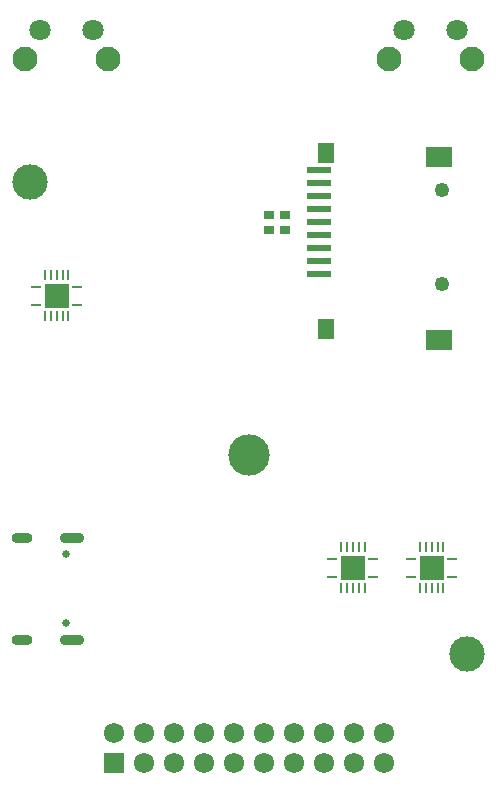
<source format=gbr>
G04 DipTrace 3.3.1.3*
G04 BottomMask.gbr*
%MOIN*%
G04 #@! TF.FileFunction,Soldermask,Bot*
G04 #@! TF.Part,Single*
%ADD21R,0.035433X0.027559*%
%ADD32O,0.070866X0.035433*%
%ADD33O,0.082677X0.035433*%
%ADD39R,0.07874X0.023622*%
%ADD40R,0.057087X0.068898*%
%ADD41R,0.088583X0.068898*%
%ADD50R,0.011024X0.033465*%
%ADD51R,0.033465X0.011024*%
%ADD52R,0.080709X0.080709*%
%ADD63C,0.11811*%
%ADD64C,0.137795*%
%ADD65C,0.025591*%
%ADD66C,0.049213*%
%ADD97C,0.082677*%
%ADD99C,0.070866*%
%ADD111C,0.067874*%
%ADD113R,0.067874X0.067874*%
%FSLAX26Y26*%
G04*
G70*
G90*
G75*
G01*
G04 BotMask*
%LPD*%
D21*
X1318701Y2831201D3*
X1267520D3*
X1318701Y2781201D3*
X1267520D3*
D63*
X1924932Y1368701D3*
D64*
X1199951Y2031201D3*
D63*
X468702Y2943701D3*
D113*
X749951Y1006201D3*
D111*
X849951D3*
X949951D3*
X1049951D3*
X1149951D3*
X1249951D3*
X1349951D3*
X1449951D3*
X1549951D3*
X1649951D3*
Y1106201D3*
X1549951D3*
X1449951D3*
X1349951D3*
X1249951D3*
X1149951D3*
X1049951D3*
X949951D3*
X849951D3*
X749951D3*
D32*
X444195Y1757382D3*
Y1417224D3*
D33*
X608761Y1757382D3*
Y1417224D3*
D65*
X589076Y1701082D3*
Y1473523D3*
D99*
X1893469Y3450646D3*
X1716303D3*
D97*
X1942681Y3352220D3*
X1667091D3*
D99*
X678633Y3450630D3*
X501467D3*
D97*
X727845Y3352205D3*
X452255D3*
D39*
X1431613Y2981201D3*
Y2937894D3*
Y2894587D3*
Y2851280D3*
Y2807972D3*
Y2764665D3*
Y2721358D3*
Y2678051D3*
Y2634744D3*
D40*
X1455196Y3040295D3*
X1455547Y2451496D3*
D41*
X1833432Y2415185D3*
X1833297Y3026803D3*
D66*
X1843789Y2915965D3*
Y2601516D3*
D50*
X518702Y2631201D3*
X538387D3*
X558072D3*
X577757D3*
X597442D3*
Y2495374D3*
X577757D3*
X558072D3*
X538387D3*
X518702D3*
D51*
X490159Y2533760D3*
Y2592815D3*
X625986Y2533760D3*
Y2592815D3*
D52*
X558072Y2563287D3*
D50*
X1506201Y1724951D3*
X1525886D3*
X1545571D3*
X1565256D3*
X1584941D3*
Y1589125D3*
X1565256D3*
X1545571D3*
X1525886D3*
X1506201D3*
D51*
X1477657Y1627510D3*
Y1686566D3*
X1613484Y1627510D3*
Y1686566D3*
D52*
X1545571Y1657038D3*
D50*
X1768702Y1724951D3*
X1788387D3*
X1808072D3*
X1827757D3*
X1847442D3*
Y1589125D3*
X1827757D3*
X1808072D3*
X1788387D3*
X1768702D3*
D51*
X1740159Y1627510D3*
Y1686566D3*
X1875986Y1627510D3*
Y1686566D3*
D52*
X1808072Y1657038D3*
M02*

</source>
